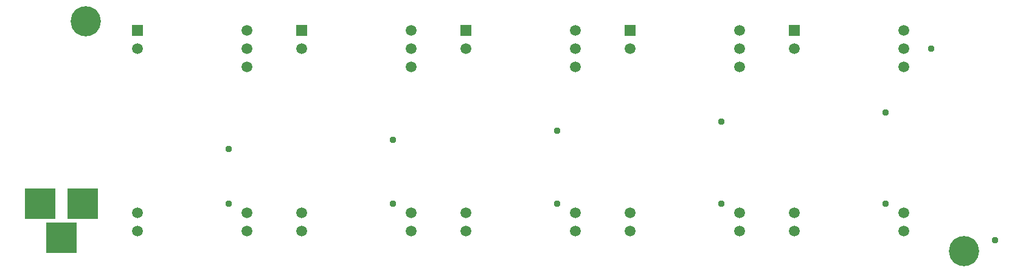
<source format=gbr>
G04 EAGLE Gerber RS-274X export*
G75*
%MOMM*%
%FSLAX34Y34*%
%LPD*%
%INSoldermask Bottom*%
%IPPOS*%
%AMOC8*
5,1,8,0,0,1.08239X$1,22.5*%
G01*
G04 Define Apertures*
%ADD10C,4.203200*%
%ADD11R,1.511200X1.511200*%
%ADD12C,1.511200*%
%ADD13R,4.319194X4.319194*%
%ADD14C,0.959600*%
D10*
X143510Y965200D03*
X1366520Y645160D03*
D11*
X215900Y952500D03*
D12*
X215900Y927100D03*
X215900Y698500D03*
X215900Y673100D03*
X368300Y673100D03*
X368300Y698500D03*
X368300Y901700D03*
X368300Y927100D03*
X368300Y952500D03*
D11*
X444500Y952500D03*
D12*
X444500Y927100D03*
X444500Y698500D03*
X444500Y673100D03*
X596900Y673100D03*
X596900Y698500D03*
X596900Y901700D03*
X596900Y927100D03*
X596900Y952500D03*
D11*
X673100Y952500D03*
D12*
X673100Y927100D03*
X673100Y698500D03*
X673100Y673100D03*
X825500Y673100D03*
X825500Y698500D03*
X825500Y901700D03*
X825500Y927100D03*
X825500Y952500D03*
D11*
X901700Y952500D03*
D12*
X901700Y927100D03*
X901700Y698500D03*
X901700Y673100D03*
X1054100Y673100D03*
X1054100Y698500D03*
X1054100Y901700D03*
X1054100Y927100D03*
X1054100Y952500D03*
D11*
X1130300Y952500D03*
D12*
X1130300Y927100D03*
X1130300Y698500D03*
X1130300Y673100D03*
X1282700Y673100D03*
X1282700Y698500D03*
X1282700Y901700D03*
X1282700Y927100D03*
X1282700Y952500D03*
D13*
X139700Y711200D03*
X109700Y664200D03*
X79700Y711200D03*
D14*
X1320800Y927100D03*
X1409700Y660400D03*
X342900Y711200D03*
X342900Y787400D03*
X571500Y711200D03*
X571500Y800100D03*
X800100Y711200D03*
X800100Y812800D03*
X1028700Y711200D03*
X1028700Y825500D03*
X1257300Y711200D03*
X1257300Y838200D03*
M02*

</source>
